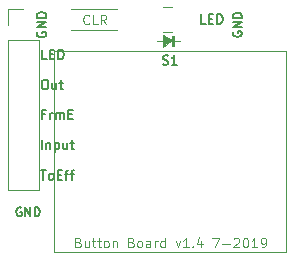
<source format=gbr>
G04 #@! TF.GenerationSoftware,KiCad,Pcbnew,(5.1.2-1)-1*
G04 #@! TF.CreationDate,2019-07-10T15:39:13-07:00*
G04 #@! TF.ProjectId,ButtonBoard,42757474-6f6e-4426-9f61-72642e6b6963,rev?*
G04 #@! TF.SameCoordinates,Original*
G04 #@! TF.FileFunction,Legend,Top*
G04 #@! TF.FilePolarity,Positive*
%FSLAX46Y46*%
G04 Gerber Fmt 4.6, Leading zero omitted, Abs format (unit mm)*
G04 Created by KiCad (PCBNEW (5.1.2-1)-1) date 2019-07-10 15:39:13*
%MOMM*%
%LPD*%
G04 APERTURE LIST*
%ADD10C,0.100000*%
%ADD11C,0.120000*%
%ADD12C,0.127000*%
%ADD13C,0.150000*%
%ADD14C,0.125000*%
G04 APERTURE END LIST*
D10*
X79966523Y-67697357D02*
X80080809Y-67735452D01*
X80118904Y-67773547D01*
X80157000Y-67849738D01*
X80157000Y-67964023D01*
X80118904Y-68040214D01*
X80080809Y-68078309D01*
X80004619Y-68116404D01*
X79699857Y-68116404D01*
X79699857Y-67316404D01*
X79966523Y-67316404D01*
X80042714Y-67354500D01*
X80080809Y-67392595D01*
X80118904Y-67468785D01*
X80118904Y-67544976D01*
X80080809Y-67621166D01*
X80042714Y-67659261D01*
X79966523Y-67697357D01*
X79699857Y-67697357D01*
X80842714Y-67583071D02*
X80842714Y-68116404D01*
X80499857Y-67583071D02*
X80499857Y-68002119D01*
X80537952Y-68078309D01*
X80614142Y-68116404D01*
X80728428Y-68116404D01*
X80804619Y-68078309D01*
X80842714Y-68040214D01*
X81109380Y-67583071D02*
X81414142Y-67583071D01*
X81223666Y-67316404D02*
X81223666Y-68002119D01*
X81261761Y-68078309D01*
X81337952Y-68116404D01*
X81414142Y-68116404D01*
X81566523Y-67583071D02*
X81871285Y-67583071D01*
X81680809Y-67316404D02*
X81680809Y-68002119D01*
X81718904Y-68078309D01*
X81795095Y-68116404D01*
X81871285Y-68116404D01*
X82252238Y-68116404D02*
X82176047Y-68078309D01*
X82137952Y-68040214D01*
X82099857Y-67964023D01*
X82099857Y-67735452D01*
X82137952Y-67659261D01*
X82176047Y-67621166D01*
X82252238Y-67583071D01*
X82366523Y-67583071D01*
X82442714Y-67621166D01*
X82480809Y-67659261D01*
X82518904Y-67735452D01*
X82518904Y-67964023D01*
X82480809Y-68040214D01*
X82442714Y-68078309D01*
X82366523Y-68116404D01*
X82252238Y-68116404D01*
X82861761Y-67583071D02*
X82861761Y-68116404D01*
X82861761Y-67659261D02*
X82899857Y-67621166D01*
X82976047Y-67583071D01*
X83090333Y-67583071D01*
X83166523Y-67621166D01*
X83204619Y-67697357D01*
X83204619Y-68116404D01*
X84461761Y-67697357D02*
X84576047Y-67735452D01*
X84614142Y-67773547D01*
X84652238Y-67849738D01*
X84652238Y-67964023D01*
X84614142Y-68040214D01*
X84576047Y-68078309D01*
X84499857Y-68116404D01*
X84195095Y-68116404D01*
X84195095Y-67316404D01*
X84461761Y-67316404D01*
X84537952Y-67354500D01*
X84576047Y-67392595D01*
X84614142Y-67468785D01*
X84614142Y-67544976D01*
X84576047Y-67621166D01*
X84537952Y-67659261D01*
X84461761Y-67697357D01*
X84195095Y-67697357D01*
X85109380Y-68116404D02*
X85033190Y-68078309D01*
X84995095Y-68040214D01*
X84957000Y-67964023D01*
X84957000Y-67735452D01*
X84995095Y-67659261D01*
X85033190Y-67621166D01*
X85109380Y-67583071D01*
X85223666Y-67583071D01*
X85299857Y-67621166D01*
X85337952Y-67659261D01*
X85376047Y-67735452D01*
X85376047Y-67964023D01*
X85337952Y-68040214D01*
X85299857Y-68078309D01*
X85223666Y-68116404D01*
X85109380Y-68116404D01*
X86061761Y-68116404D02*
X86061761Y-67697357D01*
X86023666Y-67621166D01*
X85947476Y-67583071D01*
X85795095Y-67583071D01*
X85718904Y-67621166D01*
X86061761Y-68078309D02*
X85985571Y-68116404D01*
X85795095Y-68116404D01*
X85718904Y-68078309D01*
X85680809Y-68002119D01*
X85680809Y-67925928D01*
X85718904Y-67849738D01*
X85795095Y-67811642D01*
X85985571Y-67811642D01*
X86061761Y-67773547D01*
X86442714Y-68116404D02*
X86442714Y-67583071D01*
X86442714Y-67735452D02*
X86480809Y-67659261D01*
X86518904Y-67621166D01*
X86595095Y-67583071D01*
X86671285Y-67583071D01*
X87280809Y-68116404D02*
X87280809Y-67316404D01*
X87280809Y-68078309D02*
X87204619Y-68116404D01*
X87052238Y-68116404D01*
X86976047Y-68078309D01*
X86937952Y-68040214D01*
X86899857Y-67964023D01*
X86899857Y-67735452D01*
X86937952Y-67659261D01*
X86976047Y-67621166D01*
X87052238Y-67583071D01*
X87204619Y-67583071D01*
X87280809Y-67621166D01*
X88195095Y-67583071D02*
X88385571Y-68116404D01*
X88576047Y-67583071D01*
X89299857Y-68116404D02*
X88842714Y-68116404D01*
X89071285Y-68116404D02*
X89071285Y-67316404D01*
X88995095Y-67430690D01*
X88918904Y-67506880D01*
X88842714Y-67544976D01*
X89642714Y-68040214D02*
X89680809Y-68078309D01*
X89642714Y-68116404D01*
X89604619Y-68078309D01*
X89642714Y-68040214D01*
X89642714Y-68116404D01*
X90366523Y-67583071D02*
X90366523Y-68116404D01*
X90176047Y-67278309D02*
X89985571Y-67849738D01*
X90480809Y-67849738D01*
X91318904Y-67316404D02*
X91852238Y-67316404D01*
X91509380Y-68116404D01*
X92157000Y-67811642D02*
X92766523Y-67811642D01*
X93109380Y-67392595D02*
X93147476Y-67354500D01*
X93223666Y-67316404D01*
X93414142Y-67316404D01*
X93490333Y-67354500D01*
X93528428Y-67392595D01*
X93566523Y-67468785D01*
X93566523Y-67544976D01*
X93528428Y-67659261D01*
X93071285Y-68116404D01*
X93566523Y-68116404D01*
X94061761Y-67316404D02*
X94137952Y-67316404D01*
X94214142Y-67354500D01*
X94252238Y-67392595D01*
X94290333Y-67468785D01*
X94328428Y-67621166D01*
X94328428Y-67811642D01*
X94290333Y-67964023D01*
X94252238Y-68040214D01*
X94214142Y-68078309D01*
X94137952Y-68116404D01*
X94061761Y-68116404D01*
X93985571Y-68078309D01*
X93947476Y-68040214D01*
X93909380Y-67964023D01*
X93871285Y-67811642D01*
X93871285Y-67621166D01*
X93909380Y-67468785D01*
X93947476Y-67392595D01*
X93985571Y-67354500D01*
X94061761Y-67316404D01*
X95090333Y-68116404D02*
X94633190Y-68116404D01*
X94861761Y-68116404D02*
X94861761Y-67316404D01*
X94785571Y-67430690D01*
X94709380Y-67506880D01*
X94633190Y-67544976D01*
X95471285Y-68116404D02*
X95623666Y-68116404D01*
X95699857Y-68078309D01*
X95737952Y-68040214D01*
X95814142Y-67925928D01*
X95852238Y-67773547D01*
X95852238Y-67468785D01*
X95814142Y-67392595D01*
X95776047Y-67354500D01*
X95699857Y-67316404D01*
X95547476Y-67316404D01*
X95471285Y-67354500D01*
X95433190Y-67392595D01*
X95395095Y-67468785D01*
X95395095Y-67659261D01*
X95433190Y-67735452D01*
X95471285Y-67773547D01*
X95547476Y-67811642D01*
X95699857Y-67811642D01*
X95776047Y-67773547D01*
X95814142Y-67735452D01*
X95852238Y-67659261D01*
D11*
X87134700Y-50622200D02*
X86626700Y-50622200D01*
X88557100Y-50622200D02*
X88049100Y-50622200D01*
D10*
G36*
X87851876Y-50605018D02*
G01*
X87134700Y-51142900D01*
X87134700Y-50126900D01*
X87851876Y-50605018D01*
G37*
X87851876Y-50605018D02*
X87134700Y-51142900D01*
X87134700Y-50126900D01*
X87851876Y-50605018D01*
G36*
X88023700Y-50190400D02*
G01*
X88023700Y-51079400D01*
X87896700Y-51079400D01*
X87896700Y-50634900D01*
X87851876Y-50605018D01*
X87896700Y-50571400D01*
X87896700Y-50190400D01*
X88023700Y-50190400D01*
G37*
X88023700Y-50190400D02*
X88023700Y-51079400D01*
X87896700Y-51079400D01*
X87896700Y-50634900D01*
X87851876Y-50605018D01*
X87896700Y-50571400D01*
X87896700Y-50190400D01*
X88023700Y-50190400D01*
D12*
X77273214Y-52177904D02*
X76892261Y-52177904D01*
X76892261Y-51377904D01*
X77539880Y-51758857D02*
X77806547Y-51758857D01*
X77920833Y-52177904D02*
X77539880Y-52177904D01*
X77539880Y-51377904D01*
X77920833Y-51377904D01*
X78263690Y-52177904D02*
X78263690Y-51377904D01*
X78454166Y-51377904D01*
X78568452Y-51416000D01*
X78644642Y-51492190D01*
X78682738Y-51568380D01*
X78720833Y-51720761D01*
X78720833Y-51835047D01*
X78682738Y-51987428D01*
X78644642Y-52063619D01*
X78568452Y-52139809D01*
X78454166Y-52177904D01*
X78263690Y-52177904D01*
X76758976Y-61601404D02*
X77216119Y-61601404D01*
X76987547Y-62401404D02*
X76987547Y-61601404D01*
X77597071Y-62401404D02*
X77520880Y-62363309D01*
X77482785Y-62325214D01*
X77444690Y-62249023D01*
X77444690Y-62020452D01*
X77482785Y-61944261D01*
X77520880Y-61906166D01*
X77597071Y-61868071D01*
X77711357Y-61868071D01*
X77787547Y-61906166D01*
X77825642Y-61944261D01*
X77863738Y-62020452D01*
X77863738Y-62249023D01*
X77825642Y-62325214D01*
X77787547Y-62363309D01*
X77711357Y-62401404D01*
X77597071Y-62401404D01*
X78206595Y-61982357D02*
X78473261Y-61982357D01*
X78587547Y-62401404D02*
X78206595Y-62401404D01*
X78206595Y-61601404D01*
X78587547Y-61601404D01*
X78816119Y-61868071D02*
X79120880Y-61868071D01*
X78930404Y-62401404D02*
X78930404Y-61715690D01*
X78968500Y-61639500D01*
X79044690Y-61601404D01*
X79120880Y-61601404D01*
X79273261Y-61868071D02*
X79578023Y-61868071D01*
X79387547Y-62401404D02*
X79387547Y-61715690D01*
X79425642Y-61639500D01*
X79501833Y-61601404D01*
X79578023Y-61601404D01*
X76854214Y-59797904D02*
X76854214Y-58997904D01*
X77235166Y-59264571D02*
X77235166Y-59797904D01*
X77235166Y-59340761D02*
X77273261Y-59302666D01*
X77349452Y-59264571D01*
X77463738Y-59264571D01*
X77539928Y-59302666D01*
X77578023Y-59378857D01*
X77578023Y-59797904D01*
X77958976Y-59264571D02*
X77958976Y-60064571D01*
X77958976Y-59302666D02*
X78035166Y-59264571D01*
X78187547Y-59264571D01*
X78263738Y-59302666D01*
X78301833Y-59340761D01*
X78339928Y-59416952D01*
X78339928Y-59645523D01*
X78301833Y-59721714D01*
X78263738Y-59759809D01*
X78187547Y-59797904D01*
X78035166Y-59797904D01*
X77958976Y-59759809D01*
X79025642Y-59264571D02*
X79025642Y-59797904D01*
X78682785Y-59264571D02*
X78682785Y-59683619D01*
X78720880Y-59759809D01*
X78797071Y-59797904D01*
X78911357Y-59797904D01*
X78987547Y-59759809D01*
X79025642Y-59721714D01*
X79292309Y-59264571D02*
X79597071Y-59264571D01*
X79406595Y-58997904D02*
X79406595Y-59683619D01*
X79444690Y-59759809D01*
X79520880Y-59797904D01*
X79597071Y-59797904D01*
X77139928Y-56838857D02*
X76873261Y-56838857D01*
X76873261Y-57257904D02*
X76873261Y-56457904D01*
X77254214Y-56457904D01*
X77558976Y-57257904D02*
X77558976Y-56724571D01*
X77558976Y-56876952D02*
X77597071Y-56800761D01*
X77635166Y-56762666D01*
X77711357Y-56724571D01*
X77787547Y-56724571D01*
X78054214Y-57257904D02*
X78054214Y-56724571D01*
X78054214Y-56800761D02*
X78092309Y-56762666D01*
X78168500Y-56724571D01*
X78282785Y-56724571D01*
X78358976Y-56762666D01*
X78397071Y-56838857D01*
X78397071Y-57257904D01*
X78397071Y-56838857D02*
X78435166Y-56762666D01*
X78511357Y-56724571D01*
X78625642Y-56724571D01*
X78701833Y-56762666D01*
X78739928Y-56838857D01*
X78739928Y-57257904D01*
X79120880Y-56838857D02*
X79387547Y-56838857D01*
X79501833Y-57257904D02*
X79120880Y-57257904D01*
X79120880Y-56457904D01*
X79501833Y-56457904D01*
X77057333Y-53917904D02*
X77209714Y-53917904D01*
X77285904Y-53956000D01*
X77362095Y-54032190D01*
X77400190Y-54184571D01*
X77400190Y-54451238D01*
X77362095Y-54603619D01*
X77285904Y-54679809D01*
X77209714Y-54717904D01*
X77057333Y-54717904D01*
X76981142Y-54679809D01*
X76904952Y-54603619D01*
X76866857Y-54451238D01*
X76866857Y-54184571D01*
X76904952Y-54032190D01*
X76981142Y-53956000D01*
X77057333Y-53917904D01*
X78085904Y-54184571D02*
X78085904Y-54717904D01*
X77743047Y-54184571D02*
X77743047Y-54603619D01*
X77781142Y-54679809D01*
X77857333Y-54717904D01*
X77971619Y-54717904D01*
X78047809Y-54679809D01*
X78085904Y-54641714D01*
X78352571Y-54184571D02*
X78657333Y-54184571D01*
X78466857Y-53917904D02*
X78466857Y-54603619D01*
X78504952Y-54679809D01*
X78581142Y-54717904D01*
X78657333Y-54717904D01*
D11*
X73981000Y-47946000D02*
X75311000Y-47946000D01*
X73981000Y-49276000D02*
X73981000Y-47946000D01*
X73981000Y-50546000D02*
X76641000Y-50546000D01*
X76641000Y-50546000D02*
X76641000Y-63306000D01*
X73981000Y-50546000D02*
X73981000Y-63306000D01*
X73981000Y-63306000D02*
X76641000Y-63306000D01*
D10*
X77923000Y-51533500D02*
X97523000Y-51533500D01*
X97523000Y-51533500D02*
X97523000Y-68533500D01*
X97523000Y-68533500D02*
X77923000Y-68533500D01*
X77923000Y-68533500D02*
X77923000Y-51533500D01*
D11*
X87883500Y-47771500D02*
X87152500Y-47771500D01*
X87883500Y-49891500D02*
X87152500Y-49891500D01*
X79360000Y-47911500D02*
X83200000Y-47911500D01*
X79360000Y-49751500D02*
X83200000Y-49751500D01*
D13*
X76498500Y-49885523D02*
X76460404Y-49961714D01*
X76460404Y-50076000D01*
X76498500Y-50190285D01*
X76574690Y-50266476D01*
X76650880Y-50304571D01*
X76803261Y-50342666D01*
X76917547Y-50342666D01*
X77069928Y-50304571D01*
X77146119Y-50266476D01*
X77222309Y-50190285D01*
X77260404Y-50076000D01*
X77260404Y-49999809D01*
X77222309Y-49885523D01*
X77184214Y-49847428D01*
X76917547Y-49847428D01*
X76917547Y-49999809D01*
X77260404Y-49504571D02*
X76460404Y-49504571D01*
X77260404Y-49047428D01*
X76460404Y-49047428D01*
X77260404Y-48666476D02*
X76460404Y-48666476D01*
X76460404Y-48476000D01*
X76498500Y-48361714D01*
X76574690Y-48285523D01*
X76650880Y-48247428D01*
X76803261Y-48209333D01*
X76917547Y-48209333D01*
X77069928Y-48247428D01*
X77146119Y-48285523D01*
X77222309Y-48361714D01*
X77260404Y-48476000D01*
X77260404Y-48666476D01*
X75120571Y-64776000D02*
X75049142Y-64740285D01*
X74942000Y-64740285D01*
X74834857Y-64776000D01*
X74763428Y-64847428D01*
X74727714Y-64918857D01*
X74692000Y-65061714D01*
X74692000Y-65168857D01*
X74727714Y-65311714D01*
X74763428Y-65383142D01*
X74834857Y-65454571D01*
X74942000Y-65490285D01*
X75013428Y-65490285D01*
X75120571Y-65454571D01*
X75156285Y-65418857D01*
X75156285Y-65168857D01*
X75013428Y-65168857D01*
X75477714Y-65490285D02*
X75477714Y-64740285D01*
X75906285Y-65490285D01*
X75906285Y-64740285D01*
X76263428Y-65490285D02*
X76263428Y-64740285D01*
X76442000Y-64740285D01*
X76549142Y-64776000D01*
X76620571Y-64847428D01*
X76656285Y-64918857D01*
X76692000Y-65061714D01*
X76692000Y-65168857D01*
X76656285Y-65311714D01*
X76620571Y-65383142D01*
X76549142Y-65454571D01*
X76442000Y-65490285D01*
X76263428Y-65490285D01*
X93097000Y-49847428D02*
X93061285Y-49918857D01*
X93061285Y-50026000D01*
X93097000Y-50133142D01*
X93168428Y-50204571D01*
X93239857Y-50240285D01*
X93382714Y-50276000D01*
X93489857Y-50276000D01*
X93632714Y-50240285D01*
X93704142Y-50204571D01*
X93775571Y-50133142D01*
X93811285Y-50026000D01*
X93811285Y-49954571D01*
X93775571Y-49847428D01*
X93739857Y-49811714D01*
X93489857Y-49811714D01*
X93489857Y-49954571D01*
X93811285Y-49490285D02*
X93061285Y-49490285D01*
X93811285Y-49061714D01*
X93061285Y-49061714D01*
X93811285Y-48704571D02*
X93061285Y-48704571D01*
X93061285Y-48526000D01*
X93097000Y-48418857D01*
X93168428Y-48347428D01*
X93239857Y-48311714D01*
X93382714Y-48276000D01*
X93489857Y-48276000D01*
X93632714Y-48311714D01*
X93704142Y-48347428D01*
X93775571Y-48418857D01*
X93811285Y-48526000D01*
X93811285Y-48704571D01*
X87106976Y-52612809D02*
X87221261Y-52650904D01*
X87411738Y-52650904D01*
X87487928Y-52612809D01*
X87526023Y-52574714D01*
X87564119Y-52498523D01*
X87564119Y-52422333D01*
X87526023Y-52346142D01*
X87487928Y-52308047D01*
X87411738Y-52269952D01*
X87259357Y-52231857D01*
X87183166Y-52193761D01*
X87145071Y-52155666D01*
X87106976Y-52079476D01*
X87106976Y-52003285D01*
X87145071Y-51927095D01*
X87183166Y-51889000D01*
X87259357Y-51850904D01*
X87449833Y-51850904D01*
X87564119Y-51889000D01*
X88326023Y-52650904D02*
X87868880Y-52650904D01*
X88097452Y-52650904D02*
X88097452Y-51850904D01*
X88021261Y-51965190D01*
X87945071Y-52041380D01*
X87868880Y-52079476D01*
D12*
X90735214Y-49193404D02*
X90354261Y-49193404D01*
X90354261Y-48393404D01*
X91001880Y-48774357D02*
X91268547Y-48774357D01*
X91382833Y-49193404D02*
X91001880Y-49193404D01*
X91001880Y-48393404D01*
X91382833Y-48393404D01*
X91725690Y-49193404D02*
X91725690Y-48393404D01*
X91916166Y-48393404D01*
X92030452Y-48431500D01*
X92106642Y-48507690D01*
X92144738Y-48583880D01*
X92182833Y-48736261D01*
X92182833Y-48850547D01*
X92144738Y-49002928D01*
X92106642Y-49079119D01*
X92030452Y-49155309D01*
X91916166Y-49193404D01*
X91725690Y-49193404D01*
D14*
X80867309Y-49142614D02*
X80829214Y-49180709D01*
X80714928Y-49218804D01*
X80638738Y-49218804D01*
X80524452Y-49180709D01*
X80448261Y-49104519D01*
X80410166Y-49028328D01*
X80372071Y-48875947D01*
X80372071Y-48761661D01*
X80410166Y-48609280D01*
X80448261Y-48533090D01*
X80524452Y-48456900D01*
X80638738Y-48418804D01*
X80714928Y-48418804D01*
X80829214Y-48456900D01*
X80867309Y-48494995D01*
X81591119Y-49218804D02*
X81210166Y-49218804D01*
X81210166Y-48418804D01*
X82314928Y-49218804D02*
X82048261Y-48837852D01*
X81857785Y-49218804D02*
X81857785Y-48418804D01*
X82162547Y-48418804D01*
X82238738Y-48456900D01*
X82276833Y-48494995D01*
X82314928Y-48571185D01*
X82314928Y-48685471D01*
X82276833Y-48761661D01*
X82238738Y-48799757D01*
X82162547Y-48837852D01*
X81857785Y-48837852D01*
M02*

</source>
